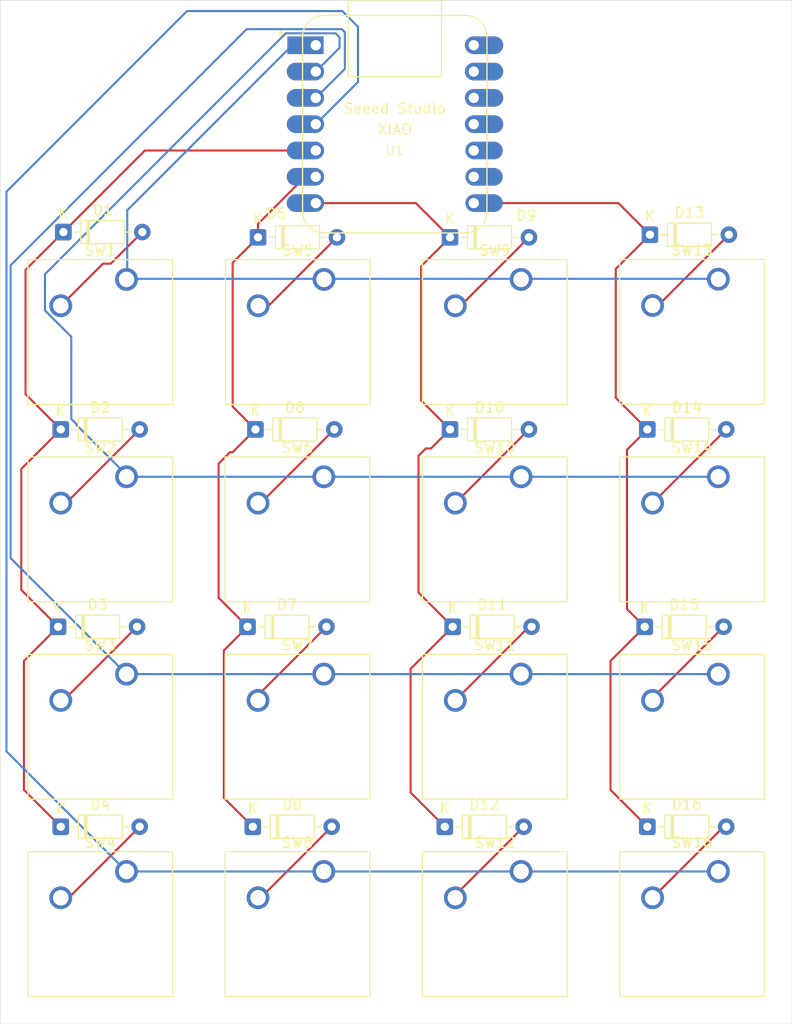
<source format=kicad_pcb>
(kicad_pcb (version 20241229) (generator "pcbnew") (generator_version "9.0")
  (layers (0 "F.Cu" signal) (2 "B.Cu" signal) (13 "F.Paste" user) (15 "B.Paste" user) (5 "F.SilkS" user "F.Silkscreen") (7 "B.SilkS" user "B.Silkscreen") (1 "F.Mask" user) (3 "B.Mask" user) (25 "Edge.Cuts" user))
  (net 0 "")
  (net 3 "Net-(D1-A)")
  (net 4 "Row 0")
  (net 5 "Net-(D2-A)")
  (net 6 "Net-(D3-A)")
  (net 7 "Net-(D4-A)")
  (net 8 "Column 1")
  (net 9 "Column 0")
  (net 10 "Column 2")
  (net 14 "Net-(D5-A)")
  (net 15 "Net-(D6-A)")
  (net 16 "Net-(D7-A)")
  (net 17 "Net-(D8-A)")
  (net 18 "Net-(D9-A)")
  (net 19 "Net-(D10-A)")
  (net 20 "Net-(D11-A)")
  (net 21 "Net-(D12-A)")
  (net 22 "Net-(D13-A)")
  (net 23 "Net-(D14-A)")
  (net 24 "Net-(D15-A)")
  (net 25 "Net-(D16-A)")
  (net 26 "Column 3")
  (net 27 "Row 1")
  (net 28 "Row 2")
  (net 29 "Row 3")
  (net 30 "GND")
  (footprint "Diode_THT:D_DO-35_SOD27_P7.62mm_Horizontal" (layer "F.Cu") (at 131.826 44.704)
    (property "Reference" "D13" (at 3.81 -2.12 0) (layer "F.SilkS"))
    (property "Value" "1N4148")
    (fp_line (start 1.04 0) (end 1.69 0) (stroke (width 0.12)) (layer "F.SilkS"))
    (fp_line (start 2.29 -1.12) (end 2.29 1.12) (stroke (width 0.12)) (layer "F.SilkS"))
    (fp_line (start 2.41 -1.12) (end 2.41 1.12) (stroke (width 0.12)) (layer "F.SilkS"))
    (fp_line (start 2.53 -1.12) (end 2.53 1.12) (stroke (width 0.12)) (layer "F.SilkS"))
    (fp_line (start 6.58 0) (end 5.93 0) (stroke (width 0.12)) (layer "F.SilkS"))
    (fp_rect (start 1.69 -1.12) (end 5.93 1.12) (stroke (width 0.12)) (fill no) (layer "F.SilkS"))
    (fp_text user "K" (at 0 -1.8 0) (layer "F.SilkS"))
    (pad "1" thru_hole roundrect (at 0 0) (size 1.6 1.6) (drill 0.8) (layers "*.Cu" "*.Mask") (roundrect_rratio 0.15625) (net 29 "Row 3"))
    (pad "2" thru_hole circle (at 7.62 0) (size 1.6 1.6) (drill 0.8) (layers "*.Cu" "*.Mask") (net 22 "Net-(D13-A)"))
  )
  (footprint "Button_Switch_Keyboard:SW_Cherry_MX_1.00u_PCB" (layer "F.Cu") (at 100.33 68.072)
    (property "Reference" "SW6" (at -2.54 -2.794 0) (layer "F.SilkS"))
    (property "Value" "SW_Push")
    (fp_line (start -9.525 -1.905) (end 4.445 -1.905) (stroke (width 0.12)) (layer "F.SilkS"))
    (fp_line (start -9.525 12.065) (end -9.525 -1.905) (stroke (width 0.12)) (layer "F.SilkS"))
    (fp_line (start 4.445 -1.905) (end 4.445 12.065) (stroke (width 0.12)) (layer "F.SilkS"))
    (fp_line (start 4.445 12.065) (end -9.525 12.065) (stroke (width 0.12)) (layer "F.SilkS"))
    (pad "" np_thru_hole circle (at -7.62 5.08) (size 1.7 1.7) (drill 1.7) (layers "*.Cu" "*.Mask"))
    (pad "" np_thru_hole circle (at -2.54 5.08) (size 4 4) (drill 4) (layers "*.Cu" "*.Mask"))
    (pad "" np_thru_hole circle (at 2.54 5.08) (size 1.7 1.7) (drill 1.7) (layers "*.Cu" "*.Mask"))
    (pad "1" thru_hole circle (at 0 0) (size 2.2 2.2) (drill 1.5) (layers "*.Cu" "*.Mask") (net 8 "Column 1"))
    (pad "2" thru_hole circle (at -6.35 2.54) (size 2.2 2.2) (drill 1.5) (layers "*.Cu" "*.Mask") (net 15 "Net-(D6-A)"))
  )
  (footprint "Button_Switch_Keyboard:SW_Cherry_MX_1.00u_PCB" (layer "F.Cu") (at 138.43 68.072)
    (property "Reference" "SW14" (at -2.54 -2.794 0) (layer "F.SilkS"))
    (property "Value" "SW_Push")
    (fp_line (start -9.525 -1.905) (end 4.445 -1.905) (stroke (width 0.12)) (layer "F.SilkS"))
    (fp_line (start -9.525 12.065) (end -9.525 -1.905) (stroke (width 0.12)) (layer "F.SilkS"))
    (fp_line (start 4.445 -1.905) (end 4.445 12.065) (stroke (width 0.12)) (layer "F.SilkS"))
    (fp_line (start 4.445 12.065) (end -9.525 12.065) (stroke (width 0.12)) (layer "F.SilkS"))
    (pad "" np_thru_hole circle (at -7.62 5.08) (size 1.7 1.7) (drill 1.7) (layers "*.Cu" "*.Mask"))
    (pad "" np_thru_hole circle (at -2.54 5.08) (size 4 4) (drill 4) (layers "*.Cu" "*.Mask"))
    (pad "" np_thru_hole circle (at 2.54 5.08) (size 1.7 1.7) (drill 1.7) (layers "*.Cu" "*.Mask"))
    (pad "1" thru_hole circle (at 0 0) (size 2.2 2.2) (drill 1.5) (layers "*.Cu" "*.Mask") (net 8 "Column 1"))
    (pad "2" thru_hole circle (at -6.35 2.54) (size 2.2 2.2) (drill 1.5) (layers "*.Cu" "*.Mask") (net 23 "Net-(D14-A)"))
  )
  (footprint "Button_Switch_Keyboard:SW_Cherry_MX_1.00u_PCB" (layer "F.Cu") (at 138.43 49)
    (property "Reference" "SW13" (at -2.54 -2.794 0) (layer "F.SilkS"))
    (property "Value" "SW_Push")
    (fp_line (start -9.525 -1.905) (end 4.445 -1.905) (stroke (width 0.12)) (layer "F.SilkS"))
    (fp_line (start -9.525 12.065) (end -9.525 -1.905) (stroke (width 0.12)) (layer "F.SilkS"))
    (fp_line (start 4.445 -1.905) (end 4.445 12.065) (stroke (width 0.12)) (layer "F.SilkS"))
    (fp_line (start 4.445 12.065) (end -9.525 12.065) (stroke (width 0.12)) (layer "F.SilkS"))
    (pad "" np_thru_hole circle (at -7.62 5.08) (size 1.7 1.7) (drill 1.7) (layers "*.Cu" "*.Mask"))
    (pad "" np_thru_hole circle (at -2.54 5.08) (size 4 4) (drill 4) (layers "*.Cu" "*.Mask"))
    (pad "" np_thru_hole circle (at 2.54 5.08) (size 1.7 1.7) (drill 1.7) (layers "*.Cu" "*.Mask"))
    (pad "1" thru_hole circle (at 0 0) (size 2.2 2.2) (drill 1.5) (layers "*.Cu" "*.Mask") (net 9 "Column 0"))
    (pad "2" thru_hole circle (at -6.35 2.54) (size 2.2 2.2) (drill 1.5) (layers "*.Cu" "*.Mask") (net 22 "Net-(D13-A)"))
  )
  (footprint "footprints:XIAO-Generic-Hybrid-14P-2.54-21X17.8MM" (layer "F.Cu") (at 107.183 34.036)
    (property "Reference" "U1" (at 0 2.54 0) (layer "F.SilkS") (effects (font (size 0.889 0.889) (thickness 0.1016))))
    (property "Value" "MOUDLE-SEEEDUINO-XIAO" (hide yes))
    (fp_line (start -8.9 -8.5) (end -8.9 8.5) (stroke (width 0.127)) (layer "F.SilkS"))
    (fp_line (start -6.9 10.5) (end 6.9 10.5) (stroke (width 0.127)) (layer "F.SilkS"))
    (fp_line (start -4.5 -11.92403) (end 4.5 -11.92403) (stroke (width 0.127)) (layer "F.SilkS"))
    (fp_line (start -4.5 -4.57073) (end -4.5 -11.92403) (stroke (width 0.127)) (layer "F.SilkS"))
    (fp_line (start 4.5 -11.92403) (end 4.5 -4.57073) (stroke (width 0.127)) (layer "F.SilkS"))
    (fp_line (start 4.5 -4.57073) (end -4.5 -4.57073) (stroke (width 0.127)) (layer "F.SilkS"))
    (fp_line (start 6.9 -10.49909) (end -6.9 -10.49909) (stroke (width 0.127)) (layer "F.SilkS"))
    (fp_line (start 8.9 8.5) (end 8.9 -8.5) (stroke (width 0.127)) (layer "F.SilkS"))
    (fp_arc (start -8.9 -8.5) (mid -8.301491 -9.901491) (end -6.9 -10.5) (stroke (width 0.12)) (layer "F.SilkS"))
    (fp_arc (start -6.9 10.5) (mid -8.301423 9.901423) (end -8.9 8.5) (stroke (width 0.12)) (layer "F.SilkS"))
    (fp_arc (start 6.9 -10.5) (mid 8.301491 -9.901491) (end 8.9 -8.5) (stroke (width 0.12)) (layer "F.SilkS"))
    (fp_arc (start 8.9 8.5) (mid 8.314214 9.914214) (end 6.9 10.5) (stroke (width 0.12)) (layer "F.SilkS"))
    (fp_circle (center -11 -8.8) (end -11 -9.054) (fill yes) (layer "F.SilkS"))
    (fp_poly (pts (xy -8.887715 -8.561705) (xy -8.884667 -8.610473) (xy -8.880603 -8.659494)) (stroke (width 0.0254)) (fill no) (layer "F.SilkS"))
    (fp_poly (pts (xy 8.889492 8.521574) (xy 8.887713 8.57085) (xy 8.884665 8.619618) (xy 8.880601 8.668639) (xy 8.875268 8.717407) (xy 8.868664 8.766175) (xy 8.861044 8.81469) (xy 8.852153 8.86295) (xy 8.842248 8.910955)) (stroke (width 0.0254)) (fill no) (layer "F.SilkS"))
    (fp_text user "XIAO" (at 0 0.5 0) (layer "F.SilkS"))
    (fp_text user "Seeed Studio" (at 0 -1.5 0) (layer "F.SilkS"))
    (pad "1" thru_hole rect (at -7.625 -7.62) (size 3.5 1.7) (drill 1 (offset -1 0)) (layers "*.Cu" "*.Mask") (net 9 "Column 0"))
    (pad "2" thru_hole oval (at -7.625 -5.08) (size 3.6 1.7) (drill 1 (offset -1 0)) (layers "*.Cu" "*.Mask") (net 8 "Column 1"))
    (pad "3" thru_hole oval (at -7.625 -2.54) (size 3.6 1.7) (drill 1 (offset -1 0)) (layers "*.Cu" "*.Mask") (net 10 "Column 2"))
    (pad "4" thru_hole oval (at -7.625 0) (size 3.6 1.7) (drill 1 (offset -1 0)) (layers "*.Cu" "*.Mask") (net 26 "Column 3"))
    (pad "5" thru_hole oval (at -7.625 2.54) (size 3.6 1.7) (drill 1 (offset -1 0)) (layers "*.Cu" "*.Mask") (net 4 "Row 0"))
    (pad "6" thru_hole oval (at -7.625 5.08 180) (size 3.6 1.7) (drill 1 (offset 1 0)) (layers "*.Cu" "*.Mask") (net 27 "Row 1"))
    (pad "7" thru_hole oval (at -7.625 7.62) (size 3.6 1.7) (drill 1 (offset -1 0)) (layers "*.Cu" "*.Mask") (net 28 "Row 2"))
    (pad "8" thru_hole oval (at 7.625 7.62) (size 3.6 1.7) (drill 1 (offset 1 0)) (layers "*.Cu" "*.Mask") (net 29 "Row 3"))
    (pad "9" thru_hole oval (at 7.625 5.08) (size 3.6 1.7) (drill 1 (offset 1 0)) (layers "*.Cu" "*.Mask"))
    (pad "10" thru_hole oval (at 7.625 2.54) (size 3.6 1.7) (drill 1 (offset 1 0)) (layers "*.Cu" "*.Mask"))
    (pad "11" thru_hole oval (at 7.625 0) (size 3.7 1.7) (drill 1 (offset 1 0)) (layers "*.Cu" "*.Mask"))
    (pad "12" thru_hole oval (at 7.625 -2.54) (size 3.7 1.7) (drill 1 (offset 1 0)) (layers "*.Cu" "*.Mask"))
    (pad "13" thru_hole oval (at 7.625 -5.08) (size 3.7 1.7) (drill 1 (offset 1 0)) (layers "*.Cu" "*.Mask") (net 30 "GND"))
    (pad "14" thru_hole oval (at 7.625 -7.62) (size 3.7 1.7) (drill 1 (offset 1 0)) (layers "*.Cu" "*.Mask"))
  )
  (footprint "Button_Switch_Keyboard:SW_Cherry_MX_1.00u_PCB" (layer "F.Cu") (at 138.43 87.122)
    (property "Reference" "SW15" (at -2.54 -2.794 0) (layer "F.SilkS"))
    (property "Value" "SW_Push")
    (fp_line (start -9.525 -1.905) (end 4.445 -1.905) (stroke (width 0.12)) (layer "F.SilkS"))
    (fp_line (start -9.525 12.065) (end -9.525 -1.905) (stroke (width 0.12)) (layer "F.SilkS"))
    (fp_line (start 4.445 -1.905) (end 4.445 12.065) (stroke (width 0.12)) (layer "F.SilkS"))
    (fp_line (start 4.445 12.065) (end -9.525 12.065) (stroke (width 0.12)) (layer "F.SilkS"))
    (pad "" np_thru_hole circle (at -7.62 5.08) (size 1.7 1.7) (drill 1.7) (layers "*.Cu" "*.Mask"))
    (pad "" np_thru_hole circle (at -2.54 5.08) (size 4 4) (drill 4) (layers "*.Cu" "*.Mask"))
    (pad "" np_thru_hole circle (at 2.54 5.08) (size 1.7 1.7) (drill 1.7) (layers "*.Cu" "*.Mask"))
    (pad "1" thru_hole circle (at 0 0) (size 2.2 2.2) (drill 1.5) (layers "*.Cu" "*.Mask") (net 10 "Column 2"))
    (pad "2" thru_hole circle (at -6.35 2.54) (size 2.2 2.2) (drill 1.5) (layers "*.Cu" "*.Mask") (net 24 "Net-(D15-A)"))
  )
  (footprint "Button_Switch_Keyboard:SW_Cherry_MX_1.00u_PCB" (layer "F.Cu") (at 81.28 87.122)
    (property "Reference" "SW3" (at -2.54 -2.794 0) (layer "F.SilkS"))
    (property "Value" "SW_Push")
    (fp_line (start -9.525 -1.905) (end 4.445 -1.905) (stroke (width 0.12)) (layer "F.SilkS"))
    (fp_line (start -9.525 12.065) (end -9.525 -1.905) (stroke (width 0.12)) (layer "F.SilkS"))
    (fp_line (start 4.445 -1.905) (end 4.445 12.065) (stroke (width 0.12)) (layer "F.SilkS"))
    (fp_line (start 4.445 12.065) (end -9.525 12.065) (stroke (width 0.12)) (layer "F.SilkS"))
    (pad "" np_thru_hole circle (at -7.62 5.08) (size 1.7 1.7) (drill 1.7) (layers "*.Cu" "*.Mask"))
    (pad "" np_thru_hole circle (at -2.54 5.08) (size 4 4) (drill 4) (layers "*.Cu" "*.Mask"))
    (pad "" np_thru_hole circle (at 2.54 5.08) (size 1.7 1.7) (drill 1.7) (layers "*.Cu" "*.Mask"))
    (pad "1" thru_hole circle (at 0 0) (size 2.2 2.2) (drill 1.5) (layers "*.Cu" "*.Mask") (net 10 "Column 2"))
    (pad "2" thru_hole circle (at -6.35 2.54) (size 2.2 2.2) (drill 1.5) (layers "*.Cu" "*.Mask") (net 6 "Net-(D3-A)"))
  )
  (footprint "Diode_THT:D_DO-35_SOD27_P7.62mm_Horizontal" (layer "F.Cu") (at 74.93 63.5)
    (property "Reference" "D2" (at 3.81 -2.12 0) (layer "F.SilkS"))
    (property "Value" "1N4148")
    (fp_line (start 1.04 0) (end 1.69 0) (stroke (width 0.12)) (layer "F.SilkS"))
    (fp_line (start 2.29 -1.12) (end 2.29 1.12) (stroke (width 0.12)) (layer "F.SilkS"))
    (fp_line (start 2.41 -1.12) (end 2.41 1.12) (stroke (width 0.12)) (layer "F.SilkS"))
    (fp_line (start 2.53 -1.12) (end 2.53 1.12) (stroke (width 0.12)) (layer "F.SilkS"))
    (fp_line (start 6.58 0) (end 5.93 0) (stroke (width 0.12)) (layer "F.SilkS"))
    (fp_rect (start 1.69 -1.12) (end 5.93 1.12) (stroke (width 0.12)) (fill no) (layer "F.SilkS"))
    (fp_text user "K" (at 0 -1.8 0) (layer "F.SilkS"))
    (pad "1" thru_hole roundrect (at 0 0) (size 1.6 1.6) (drill 0.8) (layers "*.Cu" "*.Mask") (roundrect_rratio 0.15625) (net 4 "Row 0"))
    (pad "2" thru_hole circle (at 7.62 0) (size 1.6 1.6) (drill 0.8) (layers "*.Cu" "*.Mask") (net 5 "Net-(D2-A)"))
  )
  (footprint "Diode_THT:D_DO-35_SOD27_P7.62mm_Horizontal" (layer "F.Cu") (at 92.964 82.55)
    (property "Reference" "D7" (at 3.81 -2.12 0) (layer "F.SilkS"))
    (property "Value" "1N4148")
    (fp_line (start 1.04 0) (end 1.69 0) (stroke (width 0.12)) (layer "F.SilkS"))
    (fp_line (start 2.29 -1.12) (end 2.29 1.12) (stroke (width 0.12)) (layer "F.SilkS"))
    (fp_line (start 2.41 -1.12) (end 2.41 1.12) (stroke (width 0.12)) (layer "F.SilkS"))
    (fp_line (start 2.53 -1.12) (end 2.53 1.12) (stroke (width 0.12)) (layer "F.SilkS"))
    (fp_line (start 6.58 0) (end 5.93 0) (stroke (width 0.12)) (layer "F.SilkS"))
    (fp_rect (start 1.69 -1.12) (end 5.93 1.12) (stroke (width 0.12)) (fill no) (layer "F.SilkS"))
    (fp_text user "K" (at 0 -1.8 0) (layer "F.SilkS"))
    (pad "1" thru_hole roundrect (at 0 0) (size 1.6 1.6) (drill 0.8) (layers "*.Cu" "*.Mask") (roundrect_rratio 0.15625) (net 27 "Row 1"))
    (pad "2" thru_hole circle (at 7.62 0) (size 1.6 1.6) (drill 0.8) (layers "*.Cu" "*.Mask") (net 16 "Net-(D7-A)"))
  )
  (footprint "Diode_THT:D_DO-35_SOD27_P7.62mm_Horizontal" (layer "F.Cu") (at 93.98 44.958)
    (property "Reference" "D5" (at 1.778 -2.286 0) (layer "F.SilkS"))
    (property "Value" "1N4148")
    (fp_line (start 1.04 0) (end 1.69 0) (stroke (width 0.12)) (layer "F.SilkS"))
    (fp_line (start 2.29 -1.12) (end 2.29 1.12) (stroke (width 0.12)) (layer "F.SilkS"))
    (fp_line (start 2.41 -1.12) (end 2.41 1.12) (stroke (width 0.12)) (layer "F.SilkS"))
    (fp_line (start 2.53 -1.12) (end 2.53 1.12) (stroke (width 0.12)) (layer "F.SilkS"))
    (fp_line (start 6.58 0) (end 5.93 0) (stroke (width 0.12)) (layer "F.SilkS"))
    (fp_rect (start 1.69 -1.12) (end 5.93 1.12) (stroke (width 0.12)) (fill no) (layer "F.SilkS"))
    (fp_text user "K" (at 0 -1.8 0) (layer "F.SilkS"))
    (pad "1" thru_hole roundrect (at 0 0) (size 1.6 1.6) (drill 0.8) (layers "*.Cu" "*.Mask") (roundrect_rratio 0.15625) (net 27 "Row 1"))
    (pad "2" thru_hole circle (at 7.62 0) (size 1.6 1.6) (drill 0.8) (layers "*.Cu" "*.Mask") (net 14 "Net-(D5-A)"))
  )
  (footprint "Diode_THT:D_DO-35_SOD27_P7.62mm_Horizontal" (layer "F.Cu") (at 112.522 63.5)
    (property "Reference" "D10" (at 3.81 -2.12 0) (layer "F.SilkS"))
    (property "Value" "1N4148")
    (fp_line (start 1.04 0) (end 1.69 0) (stroke (width 0.12)) (layer "F.SilkS"))
    (fp_line (start 2.29 -1.12) (end 2.29 1.12) (stroke (width 0.12)) (layer "F.SilkS"))
    (fp_line (start 2.41 -1.12) (end 2.41 1.12) (stroke (width 0.12)) (layer "F.SilkS"))
    (fp_line (start 2.53 -1.12) (end 2.53 1.12) (stroke (width 0.12)) (layer "F.SilkS"))
    (fp_line (start 6.58 0) (end 5.93 0) (stroke (width 0.12)) (layer "F.SilkS"))
    (fp_rect (start 1.69 -1.12) (end 5.93 1.12) (stroke (width 0.12)) (fill no) (layer "F.SilkS"))
    (fp_text user "K" (at 0 -1.8 0) (layer "F.SilkS"))
    (pad "1" thru_hole roundrect (at 0 0) (size 1.6 1.6) (drill 0.8) (layers "*.Cu" "*.Mask") (roundrect_rratio 0.15625) (net 28 "Row 2"))
    (pad "2" thru_hole circle (at 7.62 0) (size 1.6 1.6) (drill 0.8) (layers "*.Cu" "*.Mask") (net 19 "Net-(D10-A)"))
  )
  (footprint "Button_Switch_Keyboard:SW_Cherry_MX_1.00u_PCB" (layer "F.Cu") (at 119.38 87.122)
    (property "Reference" "SW11" (at -2.54 -2.794 0) (layer "F.SilkS"))
    (property "Value" "SW_Push")
    (fp_line (start -9.525 -1.905) (end 4.445 -1.905) (stroke (width 0.12)) (layer "F.SilkS"))
    (fp_line (start -9.525 12.065) (end -9.525 -1.905) (stroke (width 0.12)) (layer "F.SilkS"))
    (fp_line (start 4.445 -1.905) (end 4.445 12.065) (stroke (width 0.12)) (layer "F.SilkS"))
    (fp_line (start 4.445 12.065) (end -9.525 12.065) (stroke (width 0.12)) (layer "F.SilkS"))
    (pad "" np_thru_hole circle (at -7.62 5.08) (size 1.7 1.7) (drill 1.7) (layers "*.Cu" "*.Mask"))
    (pad "" np_thru_hole circle (at -2.54 5.08) (size 4 4) (drill 4) (layers "*.Cu" "*.Mask"))
    (pad "" np_thru_hole circle (at 2.54 5.08) (size 1.7 1.7) (drill 1.7) (layers "*.Cu" "*.Mask"))
    (pad "1" thru_hole circle (at 0 0) (size 2.2 2.2) (drill 1.5) (layers "*.Cu" "*.Mask") (net 10 "Column 2"))
    (pad "2" thru_hole circle (at -6.35 2.54) (size 2.2 2.2) (drill 1.5) (layers "*.Cu" "*.Mask") (net 20 "Net-(D11-A)"))
  )
  (footprint "Button_Switch_Keyboard:SW_Cherry_MX_1.00u_PCB" (layer "F.Cu") (at 119.38 68.072)
    (property "Reference" "SW10" (at -2.54 -2.794 0) (layer "F.SilkS"))
    (property "Value" "SW_Push")
    (fp_line (start -9.525 -1.905) (end 4.445 -1.905) (stroke (width 0.12)) (layer "F.SilkS"))
    (fp_line (start -9.525 12.065) (end -9.525 -1.905) (stroke (width 0.12)) (layer "F.SilkS"))
    (fp_line (start 4.445 -1.905) (end 4.445 12.065) (stroke (width 0.12)) (layer "F.SilkS"))
    (fp_line (start 4.445 12.065) (end -9.525 12.065) (stroke (width 0.12)) (layer "F.SilkS"))
    (pad "" np_thru_hole circle (at -7.62 5.08) (size 1.7 1.7) (drill 1.7) (layers "*.Cu" "*.Mask"))
    (pad "" np_thru_hole circle (at -2.54 5.08) (size 4 4) (drill 4) (layers "*.Cu" "*.Mask"))
    (pad "" np_thru_hole circle (at 2.54 5.08) (size 1.7 1.7) (drill 1.7) (layers "*.Cu" "*.Mask"))
    (pad "1" thru_hole circle (at 0 0) (size 2.2 2.2) (drill 1.5) (layers "*.Cu" "*.Mask") (net 8 "Column 1"))
    (pad "2" thru_hole circle (at -6.35 2.54) (size 2.2 2.2) (drill 1.5) (layers "*.Cu" "*.Mask") (net 19 "Net-(D10-A)"))
  )
  (footprint "Diode_THT:D_DO-35_SOD27_P7.62mm_Horizontal" (layer "F.Cu") (at 131.318 82.55)
    (property "Reference" "D15" (at 3.81 -2.12 0) (layer "F.SilkS"))
    (property "Value" "1N4148")
    (fp_line (start 1.04 0) (end 1.69 0) (stroke (width 0.12)) (layer "F.SilkS"))
    (fp_line (start 2.29 -1.12) (end 2.29 1.12) (stroke (width 0.12)) (layer "F.SilkS"))
    (fp_line (start 2.41 -1.12) (end 2.41 1.12) (stroke (width 0.12)) (layer "F.SilkS"))
    (fp_line (start 2.53 -1.12) (end 2.53 1.12) (stroke (width 0.12)) (layer "F.SilkS"))
    (fp_line (start 6.58 0) (end 5.93 0) (stroke (width 0.12)) (layer "F.SilkS"))
    (fp_rect (start 1.69 -1.12) (end 5.93 1.12) (stroke (width 0.12)) (fill no) (layer "F.SilkS"))
    (fp_text user "K" (at 0 -1.8 0) (layer "F.SilkS"))
    (pad "1" thru_hole roundrect (at 0 0) (size 1.6 1.6) (drill 0.8) (layers "*.Cu" "*.Mask") (roundrect_rratio 0.15625) (net 29 "Row 3"))
    (pad "2" thru_hole circle (at 7.62 0) (size 1.6 1.6) (drill 0.8) (layers "*.Cu" "*.Mask") (net 24 "Net-(D15-A)"))
  )
  (footprint "Diode_THT:D_DO-35_SOD27_P7.62mm_Horizontal" (layer "F.Cu") (at 112.522 44.958)
    (property "Reference" "D9" (at 7.366 -2.12 0) (layer "F.SilkS"))
    (property "Value" "1N4148")
    (fp_line (start 1.04 0) (end 1.69 0) (stroke (width 0.12)) (layer "F.SilkS"))
    (fp_line (start 2.29 -1.12) (end 2.29 1.12) (stroke (width 0.12)) (layer "F.SilkS"))
    (fp_line (start 2.41 -1.12) (end 2.41 1.12) (stroke (width 0.12)) (layer "F.SilkS"))
    (fp_line (start 2.53 -1.12) (end 2.53 1.12) (stroke (width 0.12)) (layer "F.SilkS"))
    (fp_line (start 6.58 0) (end 5.93 0) (stroke (width 0.12)) (layer "F.SilkS"))
    (fp_rect (start 1.69 -1.12) (end 5.93 1.12) (stroke (width 0.12)) (fill no) (layer "F.SilkS"))
    (fp_text user "K" (at 0 -1.8 0) (layer "F.SilkS"))
    (pad "1" thru_hole roundrect (at 0 0) (size 1.6 1.6) (drill 0.8) (layers "*.Cu" "*.Mask") (roundrect_rratio 0.15625) (net 28 "Row 2"))
    (pad "2" thru_hole circle (at 7.62 0) (size 1.6 1.6) (drill 0.8) (layers "*.Cu" "*.Mask") (net 18 "Net-(D9-A)"))
  )
  (footprint "Button_Switch_Keyboard:SW_Cherry_MX_1.00u_PCB" (layer "F.Cu") (at 81.28 106.172)
    (property "Reference" "SW4" (at -2.54 -2.794 0) (layer "F.SilkS"))
    (property "Value" "SW_Push")
    (fp_line (start -9.525 -1.905) (end 4.445 -1.905) (stroke (width 0.12)) (layer "F.SilkS"))
    (fp_line (start -9.525 12.065) (end -9.525 -1.905) (stroke (width 0.12)) (layer "F.SilkS"))
    (fp_line (start 4.445 -1.905) (end 4.445 12.065) (stroke (width 0.12)) (layer "F.SilkS"))
    (fp_line (start 4.445 12.065) (end -9.525 12.065) (stroke (width 0.12)) (layer "F.SilkS"))
    (pad "" np_thru_hole circle (at -7.62 5.08) (size 1.7 1.7) (drill 1.7) (layers "*.Cu" "*.Mask"))
    (pad "" np_thru_hole circle (at -2.54 5.08) (size 4 4) (drill 4) (layers "*.Cu" "*.Mask"))
    (pad "" np_thru_hole circle (at 2.54 5.08) (size 1.7 1.7) (drill 1.7) (layers "*.Cu" "*.Mask"))
    (pad "1" thru_hole circle (at 0 0) (size 2.2 2.2) (drill 1.5) (layers "*.Cu" "*.Mask") (net 26 "Column 3"))
    (pad "2" thru_hole circle (at -6.35 2.54) (size 2.2 2.2) (drill 1.5) (layers "*.Cu" "*.Mask") (net 7 "Net-(D4-A)"))
  )
  (footprint "Button_Switch_Keyboard:SW_Cherry_MX_1.00u_PCB" (layer "F.Cu") (at 138.43 106.172)
    (property "Reference" "SW16" (at -2.54 -2.794 0) (layer "F.SilkS"))
    (property "Value" "SW_Push")
    (fp_line (start -9.525 -1.905) (end 4.445 -1.905) (stroke (width 0.12)) (layer "F.SilkS"))
    (fp_line (start -9.525 12.065) (end -9.525 -1.905) (stroke (width 0.12)) (layer "F.SilkS"))
    (fp_line (start 4.445 -1.905) (end 4.445 12.065) (stroke (width 0.12)) (layer "F.SilkS"))
    (fp_line (start 4.445 12.065) (end -9.525 12.065) (stroke (width 0.12)) (layer "F.SilkS"))
    (pad "" np_thru_hole circle (at -7.62 5.08) (size 1.7 1.7) (drill 1.7) (layers "*.Cu" "*.Mask"))
    (pad "" np_thru_hole circle (at -2.54 5.08) (size 4 4) (drill 4) (layers "*.Cu" "*.Mask"))
    (pad "" np_thru_hole circle (at 2.54 5.08) (size 1.7 1.7) (drill 1.7) (layers "*.Cu" "*.Mask"))
    (pad "1" thru_hole circle (at 0 0) (size 2.2 2.2) (drill 1.5) (layers "*.Cu" "*.Mask") (net 26 "Column 3"))
    (pad "2" thru_hole circle (at -6.35 2.54) (size 2.2 2.2) (drill 1.5) (layers "*.Cu" "*.Mask") (net 25 "Net-(D16-A)"))
  )
  (footprint "Diode_THT:D_DO-35_SOD27_P7.62mm_Horizontal" (layer "F.Cu") (at 112.014 101.854)
    (property "Reference" "D12" (at 3.81 -2.12 0) (layer "F.SilkS"))
    (property "Value" "1N4148")
    (fp_line (start 1.04 0) (end 1.69 0) (stroke (width 0.12)) (layer "F.SilkS"))
    (fp_line (start 2.29 -1.12) (end 2.29 1.12) (stroke (width 0.12)) (layer "F.SilkS"))
    (fp_line (start 2.41 -1.12) (end 2.41 1.12) (stroke (width 0.12)) (layer "F.SilkS"))
    (fp_line (start 2.53 -1.12) (end 2.53 1.12) (stroke (width 0.12)) (layer "F.SilkS"))
    (fp_line (start 6.58 0) (end 5.93 0) (stroke (width 0.12)) (layer "F.SilkS"))
    (fp_rect (start 1.69 -1.12) (end 5.93 1.12) (stroke (width 0.12)) (fill no) (layer "F.SilkS"))
    (fp_text user "K" (at 0 -1.8 0) (layer "F.SilkS"))
    (pad "1" thru_hole roundrect (at 0 0) (size 1.6 1.6) (drill 0.8) (layers "*.Cu" "*.Mask") (roundrect_rratio 0.15625) (net 28 "Row 2"))
    (pad "2" thru_hole circle (at 7.62 0) (size 1.6 1.6) (drill 0.8) (layers "*.Cu" "*.Mask") (net 21 "Net-(D12-A)"))
  )
  (footprint "Button_Switch_Keyboard:SW_Cherry_MX_1.00u_PCB" (layer "F.Cu") (at 100.35 49.022)
    (property "Reference" "SW5" (at -2.54 -2.794 0) (layer "F.SilkS"))
    (property "Value" "SW_Push")
    (fp_line (start -9.525 -1.905) (end 4.445 -1.905) (stroke (width 0.12)) (layer "F.SilkS"))
    (fp_line (start -9.525 12.065) (end -9.525 -1.905) (stroke (width 0.12)) (layer "F.SilkS"))
    (fp_line (start 4.445 -1.905) (end 4.445 12.065) (stroke (width 0.12)) (layer "F.SilkS"))
    (fp_line (start 4.445 12.065) (end -9.525 12.065) (stroke (width 0.12)) (layer "F.SilkS"))
    (pad "" np_thru_hole circle (at -7.62 5.08) (size 1.7 1.7) (drill 1.7) (layers "*.Cu" "*.Mask"))
    (pad "" np_thru_hole circle (at -2.54 5.08) (size 4 4) (drill 4) (layers "*.Cu" "*.Mask"))
    (pad "" np_thru_hole circle (at 2.54 5.08) (size 1.7 1.7) (drill 1.7) (layers "*.Cu" "*.Mask"))
    (pad "1" thru_hole circle (at 0 0) (size 2.2 2.2) (drill 1.5) (layers "*.Cu" "*.Mask") (net 9 "Column 0"))
    (pad "2" thru_hole circle (at -6.35 2.54) (size 2.2 2.2) (drill 1.5) (layers "*.Cu" "*.Mask") (net 14 "Net-(D5-A)"))
  )
  (footprint "Diode_THT:D_DO-35_SOD27_P7.62mm_Horizontal" (layer "F.Cu") (at 93.472 101.854)
    (property "Reference" "D8" (at 3.81 -2.12 0) (layer "F.SilkS"))
    (property "Value" "1N4148")
    (fp_line (start 1.04 0) (end 1.69 0) (stroke (width 0.12)) (layer "F.SilkS"))
    (fp_line (start 2.29 -1.12) (end 2.29 1.12) (stroke (width 0.12)) (layer "F.SilkS"))
    (fp_line (start 2.41 -1.12) (end 2.41 1.12) (stroke (width 0.12)) (layer "F.SilkS"))
    (fp_line (start 2.53 -1.12) (end 2.53 1.12) (stroke (width 0.12)) (layer "F.SilkS"))
    (fp_line (start 6.58 0) (end 5.93 0) (stroke (width 0.12)) (layer "F.SilkS"))
    (fp_rect (start 1.69 -1.12) (end 5.93 1.12) (stroke (width 0.12)) (fill no) (layer "F.SilkS"))
    (fp_text user "K" (at 0 -1.8 0) (layer "F.SilkS"))
    (pad "1" thru_hole roundrect (at 0 0) (size 1.6 1.6) (drill 0.8) (layers "*.Cu" "*.Mask") (roundrect_rratio 0.15625) (net 27 "Row 1"))
    (pad "2" thru_hole circle (at 7.62 0) (size 1.6 1.6) (drill 0.8) (layers "*.Cu" "*.Mask") (net 17 "Net-(D8-A)"))
  )
  (footprint "Diode_THT:D_DO-35_SOD27_P7.62mm_Horizontal" (layer "F.Cu") (at 74.676 82.55)
    (property "Reference" "D3" (at 3.81 -2.12 0) (layer "F.SilkS"))
    (property "Value" "1N4148")
    (fp_line (start 1.04 0) (end 1.69 0) (stroke (width 0.12)) (layer "F.SilkS"))
    (fp_line (start 2.29 -1.12) (end 2.29 1.12) (stroke (width 0.12)) (layer "F.SilkS"))
    (fp_line (start 2.41 -1.12) (end 2.41 1.12) (stroke (width 0.12)) (layer "F.SilkS"))
    (fp_line (start 2.53 -1.12) (end 2.53 1.12) (stroke (width 0.12)) (layer "F.SilkS"))
    (fp_line (start 6.58 0) (end 5.93 0) (stroke (width 0.12)) (layer "F.SilkS"))
    (fp_rect (start 1.69 -1.12) (end 5.93 1.12) (stroke (width 0.12)) (fill no) (layer "F.SilkS"))
    (fp_text user "K" (at 0 -1.8 0) (layer "F.SilkS"))
    (pad "1" thru_hole roundrect (at 0 0) (size 1.6 1.6) (drill 0.8) (layers "*.Cu" "*.Mask") (roundrect_rratio 0.15625) (net 4 "Row 0"))
    (pad "2" thru_hole circle (at 7.62 0) (size 1.6 1.6) (drill 0.8) (layers "*.Cu" "*.Mask") (net 6 "Net-(D3-A)"))
  )
  (footprint "Diode_THT:D_DO-35_SOD27_P7.62mm_Horizontal" (layer "F.Cu") (at 112.776 82.55)
    (property "Reference" "D11" (at 3.81 -2.12 0) (layer "F.SilkS"))
    (property "Value" "1N4148")
    (fp_line (start 1.04 0) (end 1.69 0) (stroke (width 0.12)) (layer "F.SilkS"))
    (fp_line (start 2.29 -1.12) (end 2.29 1.12) (stroke (width 0.12)) (layer "F.SilkS"))
    (fp_line (start 2.41 -1.12) (end 2.41 1.12) (stroke (width 0.12)) (layer "F.SilkS"))
    (fp_line (start 2.53 -1.12) (end 2.53 1.12) (stroke (width 0.12)) (layer "F.SilkS"))
    (fp_line (start 6.58 0) (end 5.93 0) (stroke (width 0.12)) (layer "F.SilkS"))
    (fp_rect (start 1.69 -1.12) (end 5.93 1.12) (stroke (width 0.12)) (fill no) (layer "F.SilkS"))
    (fp_text user "K" (at 0 -1.8 0) (layer "F.SilkS"))
    (pad "1" thru_hole roundrect (at 0 0) (size 1.6 1.6) (drill 0.8) (layers "*.Cu" "*.Mask") (roundrect_rratio 0.15625) (net 28 "Row 2"))
    (pad "2" thru_hole circle (at 7.62 0) (size 1.6 1.6) (drill 0.8) (layers "*.Cu" "*.Mask") (net 20 "Net-(D11-A)"))
  )
  (footprint "Button_Switch_Keyboard:SW_Cherry_MX_1.00u_PCB" (layer "F.Cu") (at 100.33 106.172)
    (property "Reference" "SW8" (at -2.54 -2.794 0) (layer "F.SilkS"))
    (property "Value" "SW_Push")
    (fp_line (start -9.525 -1.905) (end 4.445 -1.905) (stroke (width 0.12)) (layer "F.SilkS"))
    (fp_line (start -9.525 12.065) (end -9.525 -1.905) (stroke (width 0.12)) (layer "F.SilkS"))
    (fp_line (start 4.445 -1.905) (end 4.445 12.065) (stroke (width 0.12)) (layer "F.SilkS"))
    (fp_line (start 4.445 12.065) (end -9.525 12.065) (stroke (width 0.12)) (layer "F.SilkS"))
    (pad "" np_thru_hole circle (at -7.62 5.08) (size 1.7 1.7) (drill 1.7) (layers "*.Cu" "*.Mask"))
    (pad "" np_thru_hole circle (at -2.54 5.08) (size 4 4) (drill 4) (layers "*.Cu" "*.Mask"))
    (pad "" np_thru_hole circle (at 2.54 5.08) (size 1.7 1.7) (drill 1.7) (layers "*.Cu" "*.Mask"))
    (pad "1" thru_hole circle (at 0 0) (size 2.2 2.2) (drill 1.5) (layers "*.Cu" "*.Mask") (net 26 "Column 3"))
    (pad "2" thru_hole circle (at -6.35 2.54) (size 2.2 2.2) (drill 1.5) (layers "*.Cu" "*.Mask") (net 17 "Net-(D8-A)"))
  )
  (footprint "Diode_THT:D_DO-35_SOD27_P7.62mm_Horizontal" (layer "F.Cu") (at 74.93 101.854)
    (property "Reference" "D4" (at 3.81 -2.12 0) (layer "F.SilkS"))
    (property "Value" "1N4148")
    (fp_line (start 1.04 0) (end 1.69 0) (stroke (width 0.12)) (layer "F.SilkS"))
    (fp_line (start 2.29 -1.12) (end 2.29 1.12) (stroke (width 0.12)) (layer "F.SilkS"))
    (fp_line (start 2.41 -1.12) (end 2.41 1.12) (stroke (width 0.12)) (layer "F.SilkS"))
    (fp_line (start 2.53 -1.12) (end 2.53 1.12) (stroke (width 0.12)) (layer "F.SilkS"))
    (fp_line (start 6.58 0) (end 5.93 0) (stroke (width 0.12)) (layer "F.SilkS"))
    (fp_rect (start 1.69 -1.12) (end 5.93 1.12) (stroke (width 0.12)) (fill no) (layer "F.SilkS"))
    (fp_text user "K" (at 0 -1.8 0) (layer "F.SilkS"))
    (pad "1" thru_hole roundrect (at 0 0) (size 1.6 1.6) (drill 0.8) (layers "*.Cu" "*.Mask") (roundrect_rratio 0.15625) (net 4 "Row 0"))
    (pad "2" thru_hole circle (at 7.62 0) (size 1.6 1.6) (drill 0.8) (layers "*.Cu" "*.Mask") (net 7 "Net-(D4-A)"))
  )
  (footprint "Diode_THT:D_DO-35_SOD27_P7.62mm_Horizontal" (layer "F.Cu") (at 131.572 63.5)
    (property "Reference" "D14" (at 3.81 -2.12 0) (layer "F.SilkS"))
    (property "Value" "1N4148")
    (fp_line (start 1.04 0) (end 1.69 0) (stroke (width 0.12)) (layer "F.SilkS"))
    (fp_line (start 2.29 -1.12) (end 2.29 1.12) (stroke (width 0.12)) (layer "F.SilkS"))
    (fp_line (start 2.41 -1.12) (end 2.41 1.12) (stroke (width 0.12)) (layer "F.SilkS"))
    (fp_line (start 2.53 -1.12) (end 2.53 1.12) (stroke (width 0.12)) (layer "F.SilkS"))
    (fp_line (start 6.58 0) (end 5.93 0) (stroke (width 0.12)) (layer "F.SilkS"))
    (fp_rect (start 1.69 -1.12) (end 5.93 1.12) (stroke (width 0.12)) (fill no) (layer "F.SilkS"))
    (fp_text user "K" (at 0 -1.8 0) (layer "F.SilkS"))
    (pad "1" thru_hole roundrect (at 0 0) (size 1.6 1.6) (drill 0.8) (layers "*.Cu" "*.Mask") (roundrect_rratio 0.15625) (net 29 "Row 3"))
    (pad "2" thru_hole circle (at 7.62 0) (size 1.6 1.6) (drill 0.8) (layers "*.Cu" "*.Mask") (net 23 "Net-(D14-A)"))
  )
  (footprint "Button_Switch_Keyboard:SW_Cherry_MX_1.00u_PCB" (layer "F.Cu") (at 119.38 106.172)
    (property "Reference" "SW12" (at -2.54 -2.794 0) (layer "F.SilkS"))
    (property "Value" "SW_Push")
    (fp_line (start -9.525 -1.905) (end 4.445 -1.905) (stroke (width 0.12)) (layer "F.SilkS"))
    (fp_line (start -9.525 12.065) (end -9.525 -1.905) (stroke (width 0.12)) (layer "F.SilkS"))
    (fp_line (start 4.445 -1.905) (end 4.445 12.065) (stroke (width 0.12)) (layer "F.SilkS"))
    (fp_line (start 4.445 12.065) (end -9.525 12.065) (stroke (width 0.12)) (layer "F.SilkS"))
    (pad "" np_thru_hole circle (at -7.62 5.08) (size 1.7 1.7) (drill 1.7) (layers "*.Cu" "*.Mask"))
    (pad "" np_thru_hole circle (at -2.54 5.08) (size 4 4) (drill 4) (layers "*.Cu" "*.Mask"))
    (pad "" np_thru_hole circle (at 2.54 5.08) (size 1.7 1.7) (drill 1.7) (layers "*.Cu" "*.Mask"))
    (pad "1" thru_hole circle (at 0 0) (size 2.2 2.2) (drill 1.5) (layers "*.Cu" "*.Mask") (net 26 "Column 3"))
    (pad "2" thru_hole circle (at -6.35 2.54) (size 2.2 2.2) (drill 1.5) (layers "*.Cu" "*.Mask") (net 21 "Net-(D12-A)"))
  )
  (footprint "Diode_THT:D_DO-35_SOD27_P7.62mm_Horizontal" (layer "F.Cu") (at 93.726 63.5)
    (property "Reference" "D6" (at 3.81 -2.12 0) (layer "F.SilkS"))
    (property "Value" "1N4148")
    (fp_line (start 1.04 0) (end 1.69 0) (stroke (width 0.12)) (layer "F.SilkS"))
    (fp_line (start 2.29 -1.12) (end 2.29 1.12) (stroke (width 0.12)) (layer "F.SilkS"))
    (fp_line (start 2.41 -1.12) (end 2.41 1.12) (stroke (width 0.12)) (layer "F.SilkS"))
    (fp_line (start 2.53 -1.12) (end 2.53 1.12) (stroke (width 0.12)) (layer "F.SilkS"))
    (fp_line (start 6.58 0) (end 5.93 0) (stroke (width 0.12)) (layer "F.SilkS"))
    (fp_rect (start 1.69 -1.12) (end 5.93 1.12) (stroke (width 0.12)) (fill no) (layer "F.SilkS"))
    (fp_text user "K" (at 0 -1.8 0) (layer "F.SilkS"))
    (pad "1" thru_hole roundrect (at 0 0) (size 1.6 1.6) (drill 0.8) (layers "*.Cu" "*.Mask") (roundrect_rratio 0.15625) (net 27 "Row 1"))
    (pad "2" thru_hole circle (at 7.62 0) (size 1.6 1.6) (drill 0.8) (layers "*.Cu" "*.Mask") (net 15 "Net-(D6-A)"))
  )
  (footprint "Diode_THT:D_DO-35_SOD27_P7.62mm_Horizontal" (layer "F.Cu") (at 131.572 101.854)
    (property "Reference" "D16" (at 3.81 -2.12 0) (layer "F.SilkS"))
    (property "Value" "1N4148")
    (fp_line (start 1.04 0) (end 1.69 0) (stroke (width 0.12)) (layer "F.SilkS"))
    (fp_line (start 2.29 -1.12) (end 2.29 1.12) (stroke (width 0.12)) (layer "F.SilkS"))
    (fp_line (start 2.41 -1.12) (end 2.41 1.12) (stroke (width 0.12)) (layer "F.SilkS"))
    (fp_line (start 2.53 -1.12) (end 2.53 1.12) (stroke (width 0.12)) (layer "F.SilkS"))
    (fp_line (start 6.58 0) (end 5.93 0) (stroke (width 0.12)) (layer "F.SilkS"))
    (fp_rect (start 1.69 -1.12) (end 5.93 1.12) (stroke (width 0.12)) (fill no) (layer "F.SilkS"))
    (fp_text user "K" (at 0 -1.8 0) (layer "F.SilkS"))
    (pad "1" thru_hole roundrect (at 0 0) (size 1.6 1.6) (drill 0.8) (layers "*.Cu" "*.Mask") (roundrect_rratio 0.15625) (net 29 "Row 3"))
    (pad "2" thru_hole circle (at 7.62 0) (size 1.6 1.6) (drill 0.8) (layers "*.Cu" "*.Mask") (net 25 "Net-(D16-A)"))
  )
  (footprint "Button_Switch_Keyboard:SW_Cherry_MX_1.00u_PCB" (layer "F.Cu") (at 81.28 68.072)
    (property "Reference" "SW2" (at -2.54 -2.794 0) (layer "F.SilkS"))
    (property "Value" "SW_Push")
    (fp_line (start -9.525 -1.905) (end 4.445 -1.905) (stroke (width 0.12)) (layer "F.SilkS"))
    (fp_line (start -9.525 12.065) (end -9.525 -1.905) (stroke (width 0.12)) (layer "F.SilkS"))
    (fp_line (start 4.445 -1.905) (end 4.445 12.065) (stroke (width 0.12)) (layer "F.SilkS"))
    (fp_line (start 4.445 12.065) (end -9.525 12.065) (stroke (width 0.12)) (layer "F.SilkS"))
    (pad "" np_thru_hole circle (at -7.62 5.08) (size 1.7 1.7) (drill 1.7) (layers "*.Cu" "*.Mask"))
    (pad "" np_thru_hole circle (at -2.54 5.08) (size 4 4) (drill 4) (layers "*.Cu" "*.Mask"))
    (pad "" np_thru_hole circle (at 2.54 5.08) (size 1.7 1.7) (drill 1.7) (layers "*.Cu" "*.Mask"))
    (pad "1" thru_hole circle (at 0 0) (size 2.2 2.2) (drill 1.5) (layers "*.Cu" "*.Mask") (net 8 "Column 1"))
    (pad "2" thru_hole circle (at -6.35 2.54) (size 2.2 2.2) (drill 1.5) (layers "*.Cu" "*.Mask") (net 5 "Net-(D2-A)"))
  )
  (footprint "Diode_THT:D_DO-35_SOD27_P7.62mm_Horizontal" (layer "F.Cu") (at 75.184 44.45)
    (property "Reference" "D1" (at 3.81 -2.12 0) (layer "F.SilkS"))
    (property "Value" "1N4148")
    (fp_line (start 1.04 0) (end 1.69 0) (stroke (width 0.12)) (layer "F.SilkS"))
    (fp_line (start 2.29 -1.12) (end 2.29 1.12) (stroke (width 0.12)) (layer "F.SilkS"))
    (fp_line (start 2.41 -1.12) (end 2.41 1.12) (stroke (width 0.12)) (layer "F.SilkS"))
    (fp_line (start 2.53 -1.12) (end 2.53 1.12) (stroke (width 0.12)) (layer "F.SilkS"))
    (fp_line (start 6.58 0) (end 5.93 0) (stroke (width 0.12)) (layer "F.SilkS"))
    (fp_rect (start 1.69 -1.12) (end 5.93 1.12) (stroke (width 0.12)) (fill no) (layer "F.SilkS"))
    (fp_text user "K" (at 0 -1.8 0) (layer "F.SilkS"))
    (pad "1" thru_hole roundrect (at 0 0) (size 1.6 1.6) (drill 0.8) (layers "*.Cu" "*.Mask") (roundrect_rratio 0.15625) (net 4 "Row 0"))
    (pad "2" thru_hole circle (at 7.62 0) (size 1.6 1.6) (drill 0.8) (layers "*.Cu" "*.Mask") (net 3 "Net-(D1-A)"))
  )
  (footprint "Button_Switch_Keyboard:SW_Cherry_MX_1.00u_PCB" (layer "F.Cu") (at 100.33 87.122)
    (property "Reference" "SW7" (at -2.54 -2.794 0) (layer "F.SilkS"))
    (property "Value" "SW_Push")
    (fp_line (start -9.525 -1.905) (end 4.445 -1.905) (stroke (width 0.12)) (layer "F.SilkS"))
    (fp_line (start -9.525 12.065) (end -9.525 -1.905) (stroke (width 0.12)) (layer "F.SilkS"))
    (fp_line (start 4.445 -1.905) (end 4.445 12.065) (stroke (width 0.12)) (layer "F.SilkS"))
    (fp_line (start 4.445 12.065) (end -9.525 12.065) (stroke (width 0.12)) (layer "F.SilkS"))
    (pad "" np_thru_hole circle (at -7.62 5.08) (size 1.7 1.7) (drill 1.7) (layers "*.Cu" "*.Mask"))
    (pad "" np_thru_hole circle (at -2.54 5.08) (size 4 4) (drill 4) (layers "*.Cu" "*.Mask"))
    (pad "" np_thru_hole circle (at 2.54 5.08) (size 1.7 1.7) (drill 1.7) (layers "*.Cu" "*.Mask"))
    (pad "1" thru_hole circle (at 0 0) (size 2.2 2.2) (drill 1.5) (layers "*.Cu" "*.Mask") (net 10 "Column 2"))
    (pad "2" thru_hole circle (at -6.35 2.54) (size 2.2 2.2) (drill 1.5) (layers "*.Cu" "*.Mask") (net 16 "Net-(D7-A)"))
  )
  (footprint "Button_Switch_Keyboard:SW_Cherry_MX_1.00u_PCB" (layer "F.Cu") (at 81.28 49.022)
    (property "Reference" "SW1" (at -2.54 -2.794 0) (layer "F.SilkS"))
    (property "Value" "SW_Push")
    (fp_line (start -9.525 -1.905) (end 4.445 -1.905) (stroke (width 0.12)) (layer "F.SilkS"))
    (fp_line (start -9.525 12.065) (end -9.525 -1.905) (stroke (width 0.12)) (layer "F.SilkS"))
    (fp_line (start 4.445 -1.905) (end 4.445 12.065) (stroke (width 0.12)) (layer "F.SilkS"))
    (fp_line (start 4.445 12.065) (end -9.525 12.065) (stroke (width 0.12)) (layer "F.SilkS"))
    (pad "" np_thru_hole circle (at -7.62 5.08) (size 1.7 1.7) (drill 1.7) (layers "*.Cu" "*.Mask"))
    (pad "" np_thru_hole circle (at -2.54 5.08) (size 4 4) (drill 4) (layers "*.Cu" "*.Mask"))
    (pad "" np_thru_hole circle (at 2.54 5.08) (size 1.7 1.7) (drill 1.7) (layers "*.Cu" "*.Mask"))
    (pad "1" thru_hole circle (at 0 0) (size 2.2 2.2) (drill 1.5) (layers "*.Cu" "*.Mask") (net 9 "Column 0"))
    (pad "2" thru_hole circle (at -6.35 2.54) (size 2.2 2.2) (drill 1.5) (layers "*.Cu" "*.Mask") (net 3 "Net-(D1-A)"))
  )
  (footprint "Button_Switch_Keyboard:SW_Cherry_MX_1.00u_PCB" (layer "F.Cu") (at 119.38 49.022)
    (property "Reference" "SW9" (at -2.54 -2.794 0) (layer "F.SilkS"))
    (property "Value" "SW_Push")
    (fp_line (start -9.525 -1.905) (end 4.445 -1.905) (stroke (width 0.12)) (layer "F.SilkS"))
    (fp_line (start -9.525 12.065) (end -9.525 -1.905) (stroke (width 0.12)) (layer "F.SilkS"))
    (fp_line (start 4.445 -1.905) (end 4.445 12.065) (stroke (width 0.12)) (layer "F.SilkS"))
    (fp_line (start 4.445 12.065) (end -9.525 12.065) (stroke (width 0.12)) (layer "F.SilkS"))
    (pad "" np_thru_hole circle (at -7.62 5.08) (size 1.7 1.7) (drill 1.7) (layers "*.Cu" "*.Mask"))
    (pad "" np_thru_hole circle (at -2.54 5.08) (size 4 4) (drill 4) (layers "*.Cu" "*.Mask"))
    (pad "" np_thru_hole circle (at 2.54 5.08) (size 1.7 1.7) (drill 1.7) (layers "*.Cu" "*.Mask"))
    (pad "1" thru_hole circle (at 0 0) (size 2.2 2.2) (drill 1.5) (layers "*.Cu" "*.Mask") (net 9 "Column 0"))
    (pad "2" thru_hole circle (at -6.35 2.54) (size 2.2 2.2) (drill 1.5) (layers "*.Cu" "*.Mask") (net 18 "Net-(D9-A)"))
  )
  (gr_rect (start 69.088 22.098) (end 145.542 120.904) (stroke (width 0.05)) (fill no) (layer "Edge.Cuts"))
  (segment (start 82.804 44.45) (end 79.756 47.498) (width 0.2) (layer "F.Cu") (net 3))
  (segment (start 79.756 47.498) (end 79.002 47.498) (width 0.2) (layer "F.Cu") (net 3))
  (segment (start 79.002 47.498) (end 75 51.5) (width 0.2) (layer "F.Cu") (net 3))
  (segment (start 74.93 63.5) (end 71.5264 60.0964) (width 0.2) (layer "F.Cu") (net 4))
  (segment (start 71.12 78.994) (end 71.12 67.31) (width 0.2) (layer "F.Cu") (net 4))
  (segment (start 74.676 82.55) (end 71.374 85.852) (width 0.2) (layer "F.Cu") (net 4))
  (segment (start 83.058 36.576) (end 75.184 44.45) (width 0.2) (layer "F.Cu") (net 4))
  (segment (start 99.558 36.576) (end 83.058 36.576) (width 0.2) (layer "F.Cu") (net 4))
  (segment (start 71.5264 48.1076) (end 75.184 44.45) (width 0.2) (layer "F.Cu") (net 4))
  (segment (start 74.676 82.55) (end 71.12 78.994) (width 0.2) (layer "F.Cu") (net 4))
  (segment (start 71.12 67.31) (end 74.93 63.5) (width 0.2) (layer "F.Cu") (net 4))
  (segment (start 71.5264 60.0964) (end 71.5264 48.1076) (width 0.2) (layer "F.Cu") (net 4))
  (segment (start 71.374 85.852) (end 71.374 98.298) (width 0.2) (layer "F.Cu") (net 4))
  (segment (start 71.374 98.298) (end 74.93 101.854) (width 0.2) (layer "F.Cu") (net 4))
  (segment (start 75.55 70.5) (end 75 70.5) (width 0.2) (layer "F.Cu") (net 5))
  (segment (start 82.55 63.5) (end 75.55 70.5) (width 0.2) (layer "F.Cu") (net 5))
  (segment (start 75.184 89.662) (end 74.93 89.662) (width 0.2) (layer "F.Cu") (net 6))
  (segment (start 82.296 82.55) (end 75.184 89.662) (width 0.2) (layer "F.Cu") (net 6))
  (segment (start 75.692 108.712) (end 74.93 108.712) (width 0.2) (layer "F.Cu") (net 7))
  (segment (start 82.55 101.854) (end 75.692 108.712) (width 0.2) (layer "F.Cu") (net 7))
  (segment (start 101.854 26.67) (end 101.844 26.67) (width 0.2) (layer "B.Cu") (net 8))
  (segment (start 76.459 62.997) (end 75.946 62.484) (width 0.2) (layer "B.Cu") (net 8))
  (segment (start 101.844 26.67) (end 99.558 28.956) (width 0.2) (layer "B.Cu") (net 8))
  (segment (start 73.406 52.019314) (end 73.406 48.514) (width 0.2) (layer "B.Cu") (net 8))
  (segment (start 73.406 48.514) (end 96.655 25.265) (width 0.2) (layer "B.Cu") (net 8))
  (segment (start 138.43 68.072) (end 81.534 68.072) (width 0.2) (layer "B.Cu") (net 8))
  (segment (start 75.946 62.484) (end 75.946 54.559314) (width 0.2) (layer "B.Cu") (net 8))
  (segment (start 75.946 54.559314) (end 73.406 52.019314) (width 0.2) (layer "B.Cu") (net 8))
  (segment (start 76.459 63.069) (end 76.459 62.997) (width 0.2) (layer "B.Cu") (net 8))
  (segment (start 81.35 67.96) (end 76.459 63.069) (width 0.2) (layer "B.Cu") (net 8))
  (segment (start 81.534 68.072) (end 81.422 67.96) (width 0.2) (layer "B.Cu") (net 8))
  (segment (start 101.465 25.265) (end 101.854 25.654) (width 0.2) (layer "B.Cu") (net 8))
  (segment (start 81.422 67.96) (end 81.35 67.96) (width 0.2) (layer "B.Cu") (net 8))
  (segment (start 96.655 25.265) (end 101.465 25.265) (width 0.2) (layer "B.Cu") (net 8))
  (segment (start 101.854 25.654) (end 101.854 26.67) (width 0.2) (layer "B.Cu") (net 8))
  (segment (start 138.46 48.96) (end 138.5 49) (width 0.2) (layer "B.Cu") (net 9))
  (segment (start 97.282 26.416) (end 81.35 42.348) (width 0.2) (layer "B.Cu") (net 9))
  (segment (start 81.35 42.348) (end 81.35 48.96) (width 0.2) (layer "B.Cu") (net 9))
  (segment (start 99.558 26.416) (end 97.282 26.416) (width 0.2) (layer "B.Cu") (net 9))
  (segment (start 81.35 48.96) (end 138.46 48.96) (width 0.2) (layer "B.Cu") (net 9))
  (segment (start 102.08 24.864) (end 102.362 25.146) (width 0.2) (layer "B.Cu") (net 10))
  (segment (start 92.88384 24.864) (end 102.08 24.864) (width 0.2) (layer "B.Cu") (net 10))
  (segment (start 102.362 28.702) (end 101.02 30.044) (width 0.2) (layer "B.Cu") (net 10))
  (segment (start 70.09 75.932) (end 70.09 47.65784) (width 0.2) (layer "B.Cu") (net 10))
  (segment (start 101.02 30.044) (end 101.01 30.044) (width 0.2) (layer "B.Cu") (net 10))
  (segment (start 101.01 30.044) (end 99.558 31.496) (width 0.2) (layer "B.Cu") (net 10))
  (segment (start 70.09 47.65784) (end 92.88384 24.864) (width 0.2) (layer "B.Cu") (net 10))
  (segment (start 81.28 87.122) (end 138.43 87.122) (width 0.2) (layer "B.Cu") (net 10))
  (segment (start 102.362 25.146) (end 102.362 28.702) (width 0.2) (layer "B.Cu") (net 10))
  (segment (start 81.28 87.122) (end 70.09 75.932) (width 0.2) (layer "B.Cu") (net 10))
  (segment (start 95.058 51.5) (end 94 51.5) (width 0.2) (layer "F.Cu") (net 14))
  (segment (start 101.6 44.958) (end 95.058 51.5) (width 0.2) (layer "F.Cu") (net 14))
  (segment (start 94.346 70.5) (end 94 70.5) (width 0.2) (layer "F.Cu") (net 15))
  (segment (start 101.346 63.5) (end 94.346 70.5) (width 0.2) (layer "F.Cu") (net 15))
  (segment (start 93.98 89.154) (end 93.98 89.662) (width 0.2) (layer "F.Cu") (net 16))
  (segment (start 100.584 82.55) (end 93.98 89.154) (width 0.2) (layer "F.Cu") (net 16))
  (segment (start 94.234 108.712) (end 93.98 108.712) (width 0.2) (layer "F.Cu") (net 17))
  (segment (start 101.092 101.854) (end 94.234 108.712) (width 0.2) (layer "F.Cu") (net 17))
  (segment (start 113.6 51.5) (end 113 51.5) (width 0.2) (layer "F.Cu") (net 18))
  (segment (start 120.142 44.958) (end 113.6 51.5) (width 0.2) (layer "F.Cu") (net 18))
  (segment (start 113.15 70.492) (end 113.15 70.54) (width 0.2) (layer "F.Cu") (net 19))
  (segment (start 120.142 63.5) (end 113.15 70.492) (width 0.2) (layer "F.Cu") (net 19))
  (segment (start 120.142 82.55) (end 113.03 89.662) (width 0.2) (layer "F.Cu") (net 20))
  (segment (start 120.396 82.55) (end 120.142 82.55) (width 0.2) (layer "F.Cu") (net 20))
  (segment (start 113.03 108.458) (end 113.03 108.712) (width 0.2) (layer "F.Cu") (net 21))
  (segment (start 119.634 101.854) (end 113.03 108.458) (width 0.2) (layer "F.Cu") (net 21))
  (segment (start 139.446 44.704) (end 132.61 51.54) (width 0.2) (layer "F.Cu") (net 22))
  (segment (start 132.61 51.54) (end 132.15 51.54) (width 0.2) (layer "F.Cu") (net 22))
  (segment (start 139.192 63.5) (end 132.08 70.612) (width 0.2) (layer "F.Cu") (net 23))
  (segment (start 132.08 89.408) (end 132.08 89.662) (width 0.2) (layer "F.Cu") (net 24))
  (segment (start 138.938 82.55) (end 132.08 89.408) (width 0.2) (layer "F.Cu") (net 24))
  (segment (start 138.938 101.854) (end 139.192 101.854) (width 0.2) (layer "F.Cu") (net 25))
  (segment (start 132.08 108.712) (end 138.938 101.854) (width 0.2) (layer "F.Cu") (net 25))
  (segment (start 69.689 40.547) (end 69.689 94.581) (width 0.2) (layer "B.Cu") (net 26))
  (segment (start 69.689 94.581) (end 81.28 106.172) (width 0.2) (layer "B.Cu") (net 26))
  (segment (start 103.632 24.638) (end 102.108 23.114) (width 0.2) (layer "B.Cu") (net 26))
  (segment (start 87.122 23.114) (end 69.689 40.547) (width 0.2) (layer "B.Cu") (net 26))
  (segment (start 103.632 29.962) (end 103.632 24.638) (width 0.2) (layer "B.Cu") (net 26))
  (segment (start 99.558 34.036) (end 103.632 29.962) (width 0.2) (layer "B.Cu") (net 26))
  (segment (start 102.108 23.114) (end 87.122 23.114) (width 0.2) (layer "B.Cu") (net 26))
  (segment (start 81.28 106.172) (end 138.43 106.172) (width 0.2) (layer "B.Cu") (net 26))
  (segment (start 91.275 65.697) (end 91.529 65.697) (width 0.2) (layer "F.Cu") (net 27))
  (segment (start 90.17 66.802) (end 91.275 65.697) (width 0.2) (layer "F.Cu") (net 27))
  (segment (start 93.98 44.958) (end 91.529 47.409) (width 0.2) (layer "F.Cu") (net 27))
  (segment (start 90.17 79.756) (end 90.17 66.802) (width 0.2) (layer "F.Cu") (net 27))
  (segment (start 99.558 39.116) (end 98.52024 39.116) (width 0.2) (layer "F.Cu") (net 27))
  (segment (start 90.678 84.836) (end 90.678 99.06) (width 0.2) (layer "F.Cu") (net 27))
  (segment (start 90.678 99.06) (end 93.472 101.854) (width 0.2) (layer "F.Cu") (net 27))
  (segment (start 92.964 82.55) (end 90.678 84.836) (width 0.2) (layer "F.Cu") (net 27))
  (segment (start 92.964 82.55) (end 90.17 79.756) (width 0.2) (layer "F.Cu") (net 27))
  (segment (start 91.529 47.409) (end 91.529 61.303) (width 0.2) (layer "F.Cu") (net 27))
  (segment (start 91.529 61.303) (end 93.726 63.5) (width 0.2) (layer "F.Cu") (net 27))
  (segment (start 91.529 65.697) (end 93.726 63.5) (width 0.2) (layer "F.Cu") (net 27))
  (segment (start 93.98 43.65624) (end 93.98 44.958) (width 0.2) (layer "F.Cu") (net 27))
  (segment (start 98.52024 39.116) (end 93.98 43.65624) (width 0.2) (layer "F.Cu") (net 27))
  (segment (start 112.776 82.55) (end 109.474 79.248) (width 0.2) (layer "F.Cu") (net 28))
  (segment (start 99.558 41.656) (end 109.22 41.656) (width 0.2) (layer "F.Cu") (net 28))
  (segment (start 109.22 41.656) (end 112.522 44.958) (width 0.2) (layer "F.Cu") (net 28))
  (segment (start 108.712 86.614) (end 112.776 82.55) (width 0.2) (layer "F.Cu") (net 28))
  (segment (start 109.728 47.752) (end 109.728 60.706) (width 0.2) (layer "F.Cu") (net 28))
  (segment (start 109.728 60.706) (end 112.522 63.5) (width 0.2) (layer "F.Cu") (net 28))
  (segment (start 112.014 101.854) (end 108.712 98.552) (width 0.2) (layer "F.Cu") (net 28))
  (segment (start 112.522 44.958) (end 109.728 47.752) (width 0.2) (layer "F.Cu") (net 28))
  (segment (start 110.171 65.343) (end 110.679 65.343) (width 0.2) (layer "F.Cu") (net 28))
  (segment (start 109.474 66.04) (end 110.171 65.343) (width 0.2) (layer "F.Cu") (net 28))
  (segment (start 108.712 98.552) (end 108.712 86.614) (width 0.2) (layer "F.Cu") (net 28))
  (segment (start 110.679 65.343) (end 112.522 63.5) (width 0.2) (layer "F.Cu") (net 28))
  (segment (start 109.474 79.248) (end 109.474 66.04) (width 0.2) (layer "F.Cu") (net 28))
  (segment (start 128.778 41.656) (end 131.826 44.704) (width 0.2) (layer "F.Cu") (net 29))
  (segment (start 128.016 98.298) (end 128.016 85.852) (width 0.2) (layer "F.Cu") (net 29))
  (segment (start 129.609 80.841) (end 131.318 82.55) (width 0.2) (layer "F.Cu") (net 29))
  (segment (start 114.808 41.656) (end 128.778 41.656) (width 0.2) (layer "F.Cu") (net 29))
  (segment (start 129.609 65.463) (end 129.609 80.841) (width 0.2) (layer "F.Cu") (net 29))
  (segment (start 128.016 85.852) (end 131.318 82.55) (width 0.2) (layer "F.Cu") (net 29))
  (segment (start 131.572 63.5) (end 128.524 60.452) (width 0.2) (layer "F.Cu") (net 29))
  (segment (start 131.572 63.5) (end 129.609 65.463) (width 0.2) (layer "F.Cu") (net 29))
  (segment (start 128.524 60.452) (end 128.524 48.006) (width 0.2) (layer "F.Cu") (net 29))
  (segment (start 128.524 48.006) (end 131.826 44.704) (width 0.2) (layer "F.Cu") (net 29))
  (segment (start 131.572 101.854) (end 128.016 98.298) (width 0.2) (layer "F.Cu") (net 29))
)
</source>
